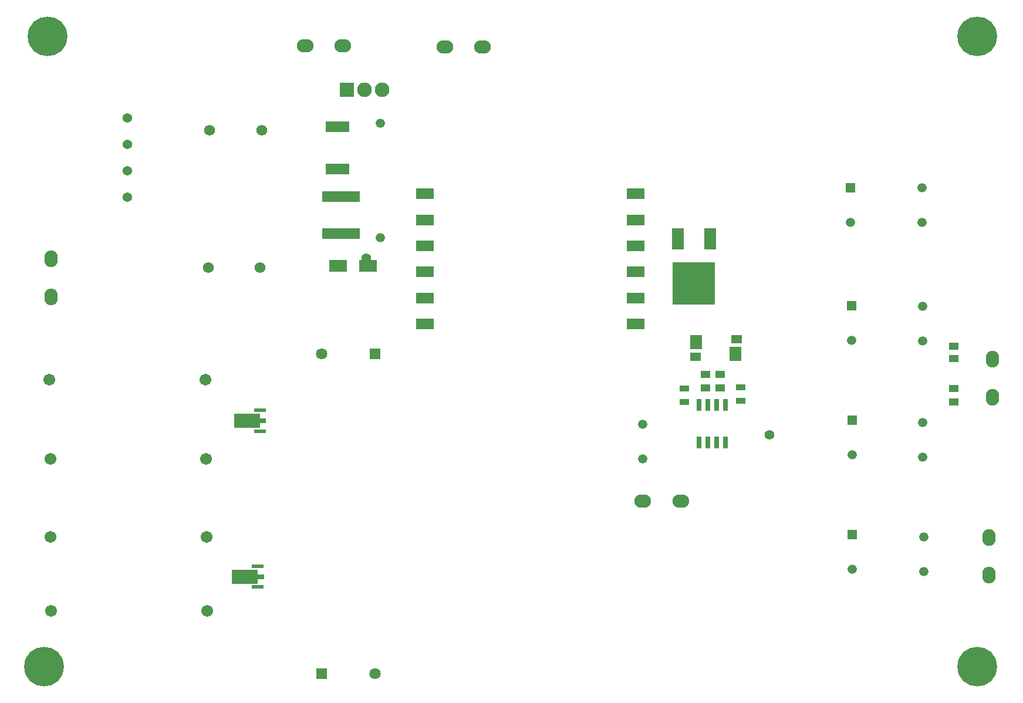
<source format=gts>
G04*
G04 #@! TF.GenerationSoftware,Altium Limited,Altium Designer,23.3.1 (30)*
G04*
G04 Layer_Color=8388736*
%FSLAX44Y44*%
%MOMM*%
G71*
G04*
G04 #@! TF.SameCoordinates,7FF98350-13BF-4DC0-BCDE-F856E8DDA7C8*
G04*
G04*
G04 #@! TF.FilePolarity,Negative*
G04*
G01*
G75*
%ADD20R,2.6500X1.7500*%
%ADD22R,1.4500X0.9500*%
%ADD23R,1.4082X1.0065*%
%ADD24R,1.3621X1.0581*%
%ADD27R,3.4082X1.5549*%
%ADD31R,5.5270X1.6270*%
%ADD32R,3.7170X2.1270*%
%ADD33R,1.6970X0.6270*%
%ADD34R,0.9870X0.7070*%
%ADD35R,2.6270X1.6470*%
%ADD36R,1.7770X2.1370*%
%ADD37R,1.5170X1.2670*%
%ADD38R,0.7770X1.6520*%
%ADD39R,1.7270X3.1270*%
%ADD40R,6.1270X6.1270*%
%ADD41C,1.7020*%
%ADD42C,1.5748*%
%ADD43C,5.7150*%
%ADD44O,1.9050X2.4130*%
%ADD45C,1.3270*%
%ADD46O,2.4130X1.9050*%
%ADD47C,1.3716*%
%ADD48C,2.1070*%
%ADD49R,2.1070X2.1070*%
%ADD50C,1.6270*%
%ADD51R,1.6270X1.6270*%
%ADD52R,1.3270X1.3270*%
%ADD53C,1.3970*%
D20*
X475070Y633730D02*
D03*
X518070D02*
D03*
D22*
X974090Y437700D02*
D03*
Y457200D02*
D03*
X1055370Y458470D02*
D03*
Y438970D02*
D03*
D23*
X1004570Y476869D02*
D03*
Y457851D02*
D03*
X1026160Y476869D02*
D03*
Y457851D02*
D03*
X1362710Y437531D02*
D03*
Y456549D02*
D03*
D24*
Y500500D02*
D03*
Y518040D02*
D03*
D27*
X473710Y834166D02*
D03*
Y773653D02*
D03*
D31*
X478790Y680890D02*
D03*
Y733890D02*
D03*
D32*
X343441Y410515D02*
D03*
X340360Y185420D02*
D03*
D33*
X362141Y425515D02*
D03*
Y395515D02*
D03*
X359060Y200420D02*
D03*
Y170420D02*
D03*
D34*
X365691Y410515D02*
D03*
X362610Y185420D02*
D03*
D35*
X599940Y737890D02*
D03*
Y700290D02*
D03*
Y662690D02*
D03*
Y625090D02*
D03*
Y587490D02*
D03*
Y549890D02*
D03*
X903740Y737890D02*
D03*
Y700290D02*
D03*
Y662690D02*
D03*
Y625090D02*
D03*
Y587490D02*
D03*
Y549890D02*
D03*
D36*
X1048360Y507270D02*
D03*
X991260Y523970D02*
D03*
D37*
X1049660Y528320D02*
D03*
X989960Y502920D02*
D03*
D38*
X1033780Y378830D02*
D03*
X1021080D02*
D03*
X1008380D02*
D03*
X995680D02*
D03*
Y433070D02*
D03*
X1008380D02*
D03*
X1021080D02*
D03*
X1033780D02*
D03*
D39*
X965200Y673100D02*
D03*
X1011200D02*
D03*
D40*
X988200Y608100D02*
D03*
D41*
X283210Y469900D02*
D03*
X58210D02*
D03*
X59480Y355600D02*
D03*
X284480D02*
D03*
X59690Y242570D02*
D03*
X284690D02*
D03*
X60750Y135890D02*
D03*
X285750D02*
D03*
D42*
X287383Y631305D02*
D03*
X362383D02*
D03*
X289560Y829310D02*
D03*
X364560D02*
D03*
D43*
X1397000Y55880D02*
D03*
Y965200D02*
D03*
X55880D02*
D03*
X50800Y55880D02*
D03*
D44*
X1413447Y187372D02*
D03*
Y241982D02*
D03*
X1418590Y499110D02*
D03*
Y444500D02*
D03*
X60960Y589280D02*
D03*
Y643890D02*
D03*
D45*
X914400Y405600D02*
D03*
Y355600D02*
D03*
X1319669Y192547D02*
D03*
Y242547D02*
D03*
X1318260Y357670D02*
D03*
Y407670D02*
D03*
Y525310D02*
D03*
Y575310D02*
D03*
X1316990Y696760D02*
D03*
Y746760D02*
D03*
X535940Y674470D02*
D03*
Y839470D02*
D03*
X1216660Y196380D02*
D03*
Y361480D02*
D03*
X1215390Y526580D02*
D03*
X1214120Y696760D02*
D03*
D46*
X969010Y294237D02*
D03*
X914400D02*
D03*
X481938Y951012D02*
D03*
X427328D02*
D03*
X683260Y949960D02*
D03*
X628650D02*
D03*
D47*
X171001Y846951D02*
D03*
Y808851D02*
D03*
Y770751D02*
D03*
Y732651D02*
D03*
D48*
X538480Y887730D02*
D03*
X512980D02*
D03*
D49*
X487480D02*
D03*
D50*
X528320Y45730D02*
D03*
X450850Y506720D02*
D03*
D51*
X528320Y506730D02*
D03*
X450850Y45720D02*
D03*
D52*
X1216660Y246380D02*
D03*
Y411480D02*
D03*
X1215390Y576580D02*
D03*
X1214120Y746760D02*
D03*
D53*
X1097280Y389890D02*
D03*
X515620Y645160D02*
D03*
M02*

</source>
